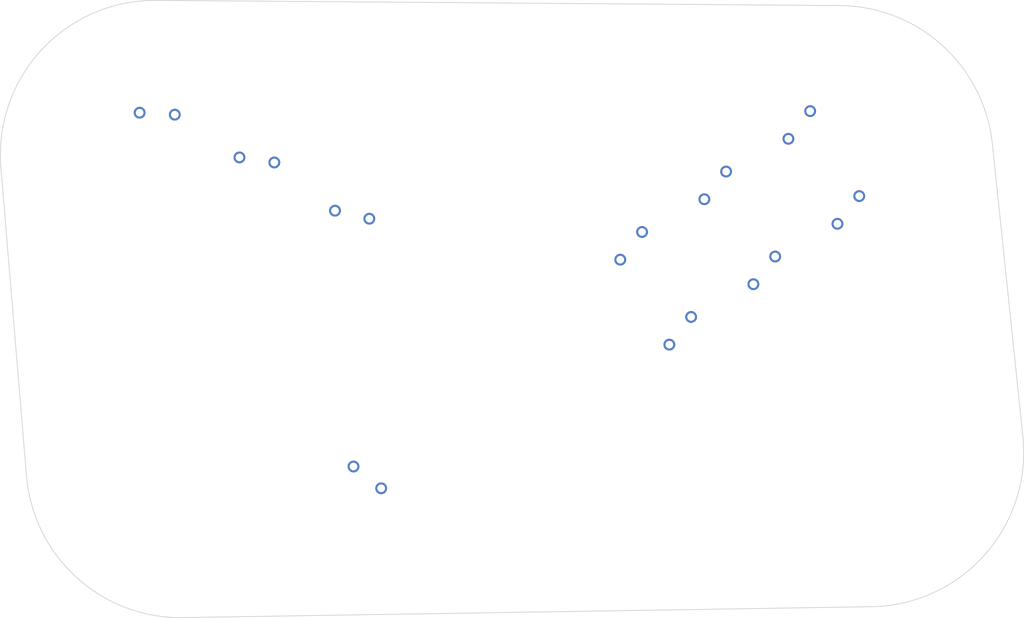
<source format=kicad_pcb>

            
(kicad_pcb (version 20171130) (host pcbnew 5.1.6)

  (page A3)
  (title_block
    (title main)
    (rev v1.0.0)
    (company Unknown)
  )

  (general
    (thickness 1.6)
  )

  (layers
    (0 F.Cu signal)
    (31 B.Cu signal)
    (32 B.Adhes user)
    (33 F.Adhes user)
    (34 B.Paste user)
    (35 F.Paste user)
    (36 B.SilkS user)
    (37 F.SilkS user)
    (38 B.Mask user)
    (39 F.Mask user)
    (40 Dwgs.User user)
    (41 Cmts.User user)
    (42 Eco1.User user)
    (43 Eco2.User user)
    (44 Edge.Cuts user)
    (45 Margin user)
    (46 B.CrtYd user)
    (47 F.CrtYd user)
    (48 B.Fab user)
    (49 F.Fab user)
  )

  (setup
    (last_trace_width 0.25)
    (trace_clearance 0.2)
    (zone_clearance 0.508)
    (zone_45_only no)
    (trace_min 0.2)
    (via_size 0.8)
    (via_drill 0.4)
    (via_min_size 0.4)
    (via_min_drill 0.3)
    (uvia_size 0.3)
    (uvia_drill 0.1)
    (uvias_allowed no)
    (uvia_min_size 0.2)
    (uvia_min_drill 0.1)
    (edge_width 0.05)
    (segment_width 0.2)
    (pcb_text_width 0.3)
    (pcb_text_size 1.5 1.5)
    (mod_edge_width 0.12)
    (mod_text_size 1 1)
    (mod_text_width 0.15)
    (pad_size 1.524 1.524)
    (pad_drill 0.762)
    (pad_to_mask_clearance 0.05)
    (aux_axis_origin 0 0)
    (visible_elements FFFFFF7F)
    (pcbplotparams
      (layerselection 0x010fc_ffffffff)
      (usegerberextensions false)
      (usegerberattributes true)
      (usegerberadvancedattributes true)
      (creategerberjobfile true)
      (excludeedgelayer true)
      (linewidth 0.100000)
      (plotframeref false)
      (viasonmask false)
      (mode 1)
      (useauxorigin false)
      (hpglpennumber 1)
      (hpglpenspeed 20)
      (hpglpendiameter 15.000000)
      (psnegative false)
      (psa4output false)
      (plotreference true)
      (plotvalue true)
      (plotinvisibletext false)
      (padsonsilk false)
      (subtractmaskfromsilk false)
      (outputformat 1)
      (mirror false)
      (drillshape 1)
      (scaleselection 1)
      (outputdirectory ""))
  )

            (net 0 "")
(net 1 "ring_default")
(net 2 "middle_default")
(net 3 "index_default")
(net 4 "default_default")
(net 5 "index_top")
(net 6 "index_bottom")
(net 7 "middle_top")
(net 8 "middle_bottom")
(net 9 "ring_top")
(net 10 "ring_bottom")
            
  (net_class Default "This is the default net class."
    (clearance 0.2)
    (trace_width 0.25)
    (via_dia 0.8)
    (via_drill 0.4)
    (uvia_dia 0.3)
    (uvia_drill 0.1)
    (add_net "")
(add_net "ring_default")
(add_net "middle_default")
(add_net "index_default")
(add_net "default_default")
(add_net "index_top")
(add_net "index_bottom")
(add_net "middle_top")
(add_net "middle_bottom")
(add_net "ring_top")
(add_net "ring_bottom")
  )

            
        
      (module MX (layer F.Cu) (tedit 5DD4F656)
      (at 59.7672477 128.1712764 -25)

      
      (fp_text reference "S1" (at 0 0) (layer F.SilkS) hide (effects (font (size 1.27 1.27) (thickness 0.15))))
      (fp_text value "" (at 0 0) (layer F.SilkS) hide (effects (font (size 1.27 1.27) (thickness 0.15))))

      
      (fp_line (start -7 -6) (end -7 -7) (layer Dwgs.User) (width 0.15))
      (fp_line (start -7 7) (end -6 7) (layer Dwgs.User) (width 0.15))
      (fp_line (start -6 -7) (end -7 -7) (layer Dwgs.User) (width 0.15))
      (fp_line (start -7 7) (end -7 6) (layer Dwgs.User) (width 0.15))
      (fp_line (start 7 6) (end 7 7) (layer Dwgs.User) (width 0.15))
      (fp_line (start 7 -7) (end 6 -7) (layer Dwgs.User) (width 0.15))
      (fp_line (start 6 7) (end 7 7) (layer Dwgs.User) (width 0.15))
      (fp_line (start 7 -7) (end 7 -6) (layer Dwgs.User) (width 0.15))
    
      
      (pad "" np_thru_hole circle (at 0 0) (size 3.9878 3.9878) (drill 3.9878) (layers *.Cu *.Mask))

      
      (pad "" np_thru_hole circle (at 5.08 0) (size 1.7018 1.7018) (drill 1.7018) (layers *.Cu *.Mask))
      (pad "" np_thru_hole circle (at -5.08 0) (size 1.7018 1.7018) (drill 1.7018) (layers *.Cu *.Mask))
      
        
      
      (fp_line (start -9.5 -9.5) (end 9.5 -9.5) (layer Dwgs.User) (width 0.15))
      (fp_line (start 9.5 -9.5) (end 9.5 9.5) (layer Dwgs.User) (width 0.15))
      (fp_line (start 9.5 9.5) (end -9.5 9.5) (layer Dwgs.User) (width 0.15))
      (fp_line (start -9.5 9.5) (end -9.5 -9.5) (layer Dwgs.User) (width 0.15))
      
        
            
            (pad 1 thru_hole circle (at 2.54 -5.08) (size 2.286 2.286) (drill 1.4986) (layers *.Cu *.Mask) (net 0 ""))
            (pad 2 thru_hole circle (at -3.81 -2.54) (size 2.286 2.286) (drill 1.4986) (layers *.Cu *.Mask) (net 1 "ring_default"))
          )
        

        
      (module MX (layer F.Cu) (tedit 5DD4F656)
      (at 78.7997113 137.0462599 -30)

      
      (fp_text reference "S2" (at 0 0) (layer F.SilkS) hide (effects (font (size 1.27 1.27) (thickness 0.15))))
      (fp_text value "" (at 0 0) (layer F.SilkS) hide (effects (font (size 1.27 1.27) (thickness 0.15))))

      
      (fp_line (start -7 -6) (end -7 -7) (layer Dwgs.User) (width 0.15))
      (fp_line (start -7 7) (end -6 7) (layer Dwgs.User) (width 0.15))
      (fp_line (start -6 -7) (end -7 -7) (layer Dwgs.User) (width 0.15))
      (fp_line (start -7 7) (end -7 6) (layer Dwgs.User) (width 0.15))
      (fp_line (start 7 6) (end 7 7) (layer Dwgs.User) (width 0.15))
      (fp_line (start 7 -7) (end 6 -7) (layer Dwgs.User) (width 0.15))
      (fp_line (start 6 7) (end 7 7) (layer Dwgs.User) (width 0.15))
      (fp_line (start 7 -7) (end 7 -6) (layer Dwgs.User) (width 0.15))
    
      
      (pad "" np_thru_hole circle (at 0 0) (size 3.9878 3.9878) (drill 3.9878) (layers *.Cu *.Mask))

      
      (pad "" np_thru_hole circle (at 5.08 0) (size 1.7018 1.7018) (drill 1.7018) (layers *.Cu *.Mask))
      (pad "" np_thru_hole circle (at -5.08 0) (size 1.7018 1.7018) (drill 1.7018) (layers *.Cu *.Mask))
      
        
      
      (fp_line (start -9.5 -9.5) (end 9.5 -9.5) (layer Dwgs.User) (width 0.15))
      (fp_line (start 9.5 -9.5) (end 9.5 9.5) (layer Dwgs.User) (width 0.15))
      (fp_line (start 9.5 9.5) (end -9.5 9.5) (layer Dwgs.User) (width 0.15))
      (fp_line (start -9.5 9.5) (end -9.5 -9.5) (layer Dwgs.User) (width 0.15))
      
        
            
            (pad 1 thru_hole circle (at 2.54 -5.08) (size 2.286 2.286) (drill 1.4986) (layers *.Cu *.Mask) (net 0 ""))
            (pad 2 thru_hole circle (at -3.81 -2.54) (size 2.286 2.286) (drill 1.4986) (layers *.Cu *.Mask) (net 2 "middle_default"))
          )
        

        
      (module MX (layer F.Cu) (tedit 5DD4F656)
      (at 96.9862448 147.5462599 -35)

      
      (fp_text reference "S3" (at 0 0) (layer F.SilkS) hide (effects (font (size 1.27 1.27) (thickness 0.15))))
      (fp_text value "" (at 0 0) (layer F.SilkS) hide (effects (font (size 1.27 1.27) (thickness 0.15))))

      
      (fp_line (start -7 -6) (end -7 -7) (layer Dwgs.User) (width 0.15))
      (fp_line (start -7 7) (end -6 7) (layer Dwgs.User) (width 0.15))
      (fp_line (start -6 -7) (end -7 -7) (layer Dwgs.User) (width 0.15))
      (fp_line (start -7 7) (end -7 6) (layer Dwgs.User) (width 0.15))
      (fp_line (start 7 6) (end 7 7) (layer Dwgs.User) (width 0.15))
      (fp_line (start 7 -7) (end 6 -7) (layer Dwgs.User) (width 0.15))
      (fp_line (start 6 7) (end 7 7) (layer Dwgs.User) (width 0.15))
      (fp_line (start 7 -7) (end 7 -6) (layer Dwgs.User) (width 0.15))
    
      
      (pad "" np_thru_hole circle (at 0 0) (size 3.9878 3.9878) (drill 3.9878) (layers *.Cu *.Mask))

      
      (pad "" np_thru_hole circle (at 5.08 0) (size 1.7018 1.7018) (drill 1.7018) (layers *.Cu *.Mask))
      (pad "" np_thru_hole circle (at -5.08 0) (size 1.7018 1.7018) (drill 1.7018) (layers *.Cu *.Mask))
      
        
      
      (fp_line (start -9.5 -9.5) (end 9.5 -9.5) (layer Dwgs.User) (width 0.15))
      (fp_line (start 9.5 -9.5) (end 9.5 9.5) (layer Dwgs.User) (width 0.15))
      (fp_line (start 9.5 9.5) (end -9.5 9.5) (layer Dwgs.User) (width 0.15))
      (fp_line (start -9.5 9.5) (end -9.5 -9.5) (layer Dwgs.User) (width 0.15))
      
        
            
            (pad 1 thru_hole circle (at 2.54 -5.08) (size 2.286 2.286) (drill 1.4986) (layers *.Cu *.Mask) (net 0 ""))
            (pad 2 thru_hole circle (at -3.81 -2.54) (size 2.286 2.286) (drill 1.4986) (layers *.Cu *.Mask) (net 3 "index_default"))
          )
        

        
      (module MX (layer F.Cu) (tedit 5DD4F656)
      (at 98.61774869999999 197.5196348 -60)

      
      (fp_text reference "S4" (at 0 0) (layer F.SilkS) hide (effects (font (size 1.27 1.27) (thickness 0.15))))
      (fp_text value "" (at 0 0) (layer F.SilkS) hide (effects (font (size 1.27 1.27) (thickness 0.15))))

      
      (fp_line (start -7 -6) (end -7 -7) (layer Dwgs.User) (width 0.15))
      (fp_line (start -7 7) (end -6 7) (layer Dwgs.User) (width 0.15))
      (fp_line (start -6 -7) (end -7 -7) (layer Dwgs.User) (width 0.15))
      (fp_line (start -7 7) (end -7 6) (layer Dwgs.User) (width 0.15))
      (fp_line (start 7 6) (end 7 7) (layer Dwgs.User) (width 0.15))
      (fp_line (start 7 -7) (end 6 -7) (layer Dwgs.User) (width 0.15))
      (fp_line (start 6 7) (end 7 7) (layer Dwgs.User) (width 0.15))
      (fp_line (start 7 -7) (end 7 -6) (layer Dwgs.User) (width 0.15))
    
      
      (pad "" np_thru_hole circle (at 0 0) (size 3.9878 3.9878) (drill 3.9878) (layers *.Cu *.Mask))

      
      (pad "" np_thru_hole circle (at 5.08 0) (size 1.7018 1.7018) (drill 1.7018) (layers *.Cu *.Mask))
      (pad "" np_thru_hole circle (at -5.08 0) (size 1.7018 1.7018) (drill 1.7018) (layers *.Cu *.Mask))
      
        
      
      (fp_line (start -9.5 -9.5) (end 9.5 -9.5) (layer Dwgs.User) (width 0.15))
      (fp_line (start 9.5 -9.5) (end 9.5 9.5) (layer Dwgs.User) (width 0.15))
      (fp_line (start 9.5 9.5) (end -9.5 9.5) (layer Dwgs.User) (width 0.15))
      (fp_line (start -9.5 9.5) (end -9.5 -9.5) (layer Dwgs.User) (width 0.15))
      
        
            
            (pad 1 thru_hole circle (at 2.54 -5.08) (size 2.286 2.286) (drill 1.4986) (layers *.Cu *.Mask) (net 0 ""))
            (pad 2 thru_hole circle (at -3.81 -2.54) (size 2.286 2.286) (drill 1.4986) (layers *.Cu *.Mask) (net 4 "default_default"))
          )
        

        
      (module MX (layer F.Cu) (tedit 5DD4F656)
      (at 164.7984166 169.5815188 30)

      
      (fp_text reference "S5" (at 0 0) (layer F.SilkS) hide (effects (font (size 1.27 1.27) (thickness 0.15))))
      (fp_text value "" (at 0 0) (layer F.SilkS) hide (effects (font (size 1.27 1.27) (thickness 0.15))))

      
      (fp_line (start -7 -6) (end -7 -7) (layer Dwgs.User) (width 0.15))
      (fp_line (start -7 7) (end -6 7) (layer Dwgs.User) (width 0.15))
      (fp_line (start -6 -7) (end -7 -7) (layer Dwgs.User) (width 0.15))
      (fp_line (start -7 7) (end -7 6) (layer Dwgs.User) (width 0.15))
      (fp_line (start 7 6) (end 7 7) (layer Dwgs.User) (width 0.15))
      (fp_line (start 7 -7) (end 6 -7) (layer Dwgs.User) (width 0.15))
      (fp_line (start 6 7) (end 7 7) (layer Dwgs.User) (width 0.15))
      (fp_line (start 7 -7) (end 7 -6) (layer Dwgs.User) (width 0.15))
    
      
      (pad "" np_thru_hole circle (at 0 0) (size 3.9878 3.9878) (drill 3.9878) (layers *.Cu *.Mask))

      
      (pad "" np_thru_hole circle (at 5.08 0) (size 1.7018 1.7018) (drill 1.7018) (layers *.Cu *.Mask))
      (pad "" np_thru_hole circle (at -5.08 0) (size 1.7018 1.7018) (drill 1.7018) (layers *.Cu *.Mask))
      
        
      
      (fp_line (start -9.5 -9.5) (end 9.5 -9.5) (layer Dwgs.User) (width 0.15))
      (fp_line (start 9.5 -9.5) (end 9.5 9.5) (layer Dwgs.User) (width 0.15))
      (fp_line (start 9.5 9.5) (end -9.5 9.5) (layer Dwgs.User) (width 0.15))
      (fp_line (start -9.5 9.5) (end -9.5 -9.5) (layer Dwgs.User) (width 0.15))
      
        
            
            (pad 1 thru_hole circle (at 2.54 -5.08) (size 2.286 2.286) (drill 1.4986) (layers *.Cu *.Mask) (net 0 ""))
            (pad 2 thru_hole circle (at -3.81 -2.54) (size 2.286 2.286) (drill 1.4986) (layers *.Cu *.Mask) (net 5 "index_top"))
          )
        

        
      (module MX (layer F.Cu) (tedit 5DD4F656)
      (at 155.2734166 153.0837349 30)

      
      (fp_text reference "S6" (at 0 0) (layer F.SilkS) hide (effects (font (size 1.27 1.27) (thickness 0.15))))
      (fp_text value "" (at 0 0) (layer F.SilkS) hide (effects (font (size 1.27 1.27) (thickness 0.15))))

      
      (fp_line (start -7 -6) (end -7 -7) (layer Dwgs.User) (width 0.15))
      (fp_line (start -7 7) (end -6 7) (layer Dwgs.User) (width 0.15))
      (fp_line (start -6 -7) (end -7 -7) (layer Dwgs.User) (width 0.15))
      (fp_line (start -7 7) (end -7 6) (layer Dwgs.User) (width 0.15))
      (fp_line (start 7 6) (end 7 7) (layer Dwgs.User) (width 0.15))
      (fp_line (start 7 -7) (end 6 -7) (layer Dwgs.User) (width 0.15))
      (fp_line (start 6 7) (end 7 7) (layer Dwgs.User) (width 0.15))
      (fp_line (start 7 -7) (end 7 -6) (layer Dwgs.User) (width 0.15))
    
      
      (pad "" np_thru_hole circle (at 0 0) (size 3.9878 3.9878) (drill 3.9878) (layers *.Cu *.Mask))

      
      (pad "" np_thru_hole circle (at 5.08 0) (size 1.7018 1.7018) (drill 1.7018) (layers *.Cu *.Mask))
      (pad "" np_thru_hole circle (at -5.08 0) (size 1.7018 1.7018) (drill 1.7018) (layers *.Cu *.Mask))
      
        
      
      (fp_line (start -9.5 -9.5) (end 9.5 -9.5) (layer Dwgs.User) (width 0.15))
      (fp_line (start 9.5 -9.5) (end 9.5 9.5) (layer Dwgs.User) (width 0.15))
      (fp_line (start 9.5 9.5) (end -9.5 9.5) (layer Dwgs.User) (width 0.15))
      (fp_line (start -9.5 9.5) (end -9.5 -9.5) (layer Dwgs.User) (width 0.15))
      
        
            
            (pad 1 thru_hole circle (at 2.54 -5.08) (size 2.286 2.286) (drill 1.4986) (layers *.Cu *.Mask) (net 0 ""))
            (pad 2 thru_hole circle (at -3.81 -2.54) (size 2.286 2.286) (drill 1.4986) (layers *.Cu *.Mask) (net 6 "index_bottom"))
          )
        

        
      (module MX (layer F.Cu) (tedit 5DD4F656)
      (at 181.1189247 157.849468 30)

      
      (fp_text reference "S7" (at 0 0) (layer F.SilkS) hide (effects (font (size 1.27 1.27) (thickness 0.15))))
      (fp_text value "" (at 0 0) (layer F.SilkS) hide (effects (font (size 1.27 1.27) (thickness 0.15))))

      
      (fp_line (start -7 -6) (end -7 -7) (layer Dwgs.User) (width 0.15))
      (fp_line (start -7 7) (end -6 7) (layer Dwgs.User) (width 0.15))
      (fp_line (start -6 -7) (end -7 -7) (layer Dwgs.User) (width 0.15))
      (fp_line (start -7 7) (end -7 6) (layer Dwgs.User) (width 0.15))
      (fp_line (start 7 6) (end 7 7) (layer Dwgs.User) (width 0.15))
      (fp_line (start 7 -7) (end 6 -7) (layer Dwgs.User) (width 0.15))
      (fp_line (start 6 7) (end 7 7) (layer Dwgs.User) (width 0.15))
      (fp_line (start 7 -7) (end 7 -6) (layer Dwgs.User) (width 0.15))
    
      
      (pad "" np_thru_hole circle (at 0 0) (size 3.9878 3.9878) (drill 3.9878) (layers *.Cu *.Mask))

      
      (pad "" np_thru_hole circle (at 5.08 0) (size 1.7018 1.7018) (drill 1.7018) (layers *.Cu *.Mask))
      (pad "" np_thru_hole circle (at -5.08 0) (size 1.7018 1.7018) (drill 1.7018) (layers *.Cu *.Mask))
      
        
      
      (fp_line (start -9.5 -9.5) (end 9.5 -9.5) (layer Dwgs.User) (width 0.15))
      (fp_line (start 9.5 -9.5) (end 9.5 9.5) (layer Dwgs.User) (width 0.15))
      (fp_line (start 9.5 9.5) (end -9.5 9.5) (layer Dwgs.User) (width 0.15))
      (fp_line (start -9.5 9.5) (end -9.5 -9.5) (layer Dwgs.User) (width 0.15))
      
        
            
            (pad 1 thru_hole circle (at 2.54 -5.08) (size 2.286 2.286) (drill 1.4986) (layers *.Cu *.Mask) (net 0 ""))
            (pad 2 thru_hole circle (at -3.81 -2.54) (size 2.286 2.286) (drill 1.4986) (layers *.Cu *.Mask) (net 7 "middle_top"))
          )
        

        
      (module MX (layer F.Cu) (tedit 5DD4F656)
      (at 171.5939247 141.3516841 30)

      
      (fp_text reference "S8" (at 0 0) (layer F.SilkS) hide (effects (font (size 1.27 1.27) (thickness 0.15))))
      (fp_text value "" (at 0 0) (layer F.SilkS) hide (effects (font (size 1.27 1.27) (thickness 0.15))))

      
      (fp_line (start -7 -6) (end -7 -7) (layer Dwgs.User) (width 0.15))
      (fp_line (start -7 7) (end -6 7) (layer Dwgs.User) (width 0.15))
      (fp_line (start -6 -7) (end -7 -7) (layer Dwgs.User) (width 0.15))
      (fp_line (start -7 7) (end -7 6) (layer Dwgs.User) (width 0.15))
      (fp_line (start 7 6) (end 7 7) (layer Dwgs.User) (width 0.15))
      (fp_line (start 7 -7) (end 6 -7) (layer Dwgs.User) (width 0.15))
      (fp_line (start 6 7) (end 7 7) (layer Dwgs.User) (width 0.15))
      (fp_line (start 7 -7) (end 7 -6) (layer Dwgs.User) (width 0.15))
    
      
      (pad "" np_thru_hole circle (at 0 0) (size 3.9878 3.9878) (drill 3.9878) (layers *.Cu *.Mask))

      
      (pad "" np_thru_hole circle (at 5.08 0) (size 1.7018 1.7018) (drill 1.7018) (layers *.Cu *.Mask))
      (pad "" np_thru_hole circle (at -5.08 0) (size 1.7018 1.7018) (drill 1.7018) (layers *.Cu *.Mask))
      
        
      
      (fp_line (start -9.5 -9.5) (end 9.5 -9.5) (layer Dwgs.User) (width 0.15))
      (fp_line (start 9.5 -9.5) (end 9.5 9.5) (layer Dwgs.User) (width 0.15))
      (fp_line (start 9.5 9.5) (end -9.5 9.5) (layer Dwgs.User) (width 0.15))
      (fp_line (start -9.5 9.5) (end -9.5 -9.5) (layer Dwgs.User) (width 0.15))
      
        
            
            (pad 1 thru_hole circle (at 2.54 -5.08) (size 2.286 2.286) (drill 1.4986) (layers *.Cu *.Mask) (net 0 ""))
            (pad 2 thru_hole circle (at -3.81 -2.54) (size 2.286 2.286) (drill 1.4986) (layers *.Cu *.Mask) (net 8 "middle_bottom"))
          )
        

        
      (module MX (layer F.Cu) (tedit 5DD4F656)
      (at 197.4394328 146.1174172 30)

      
      (fp_text reference "S9" (at 0 0) (layer F.SilkS) hide (effects (font (size 1.27 1.27) (thickness 0.15))))
      (fp_text value "" (at 0 0) (layer F.SilkS) hide (effects (font (size 1.27 1.27) (thickness 0.15))))

      
      (fp_line (start -7 -6) (end -7 -7) (layer Dwgs.User) (width 0.15))
      (fp_line (start -7 7) (end -6 7) (layer Dwgs.User) (width 0.15))
      (fp_line (start -6 -7) (end -7 -7) (layer Dwgs.User) (width 0.15))
      (fp_line (start -7 7) (end -7 6) (layer Dwgs.User) (width 0.15))
      (fp_line (start 7 6) (end 7 7) (layer Dwgs.User) (width 0.15))
      (fp_line (start 7 -7) (end 6 -7) (layer Dwgs.User) (width 0.15))
      (fp_line (start 6 7) (end 7 7) (layer Dwgs.User) (width 0.15))
      (fp_line (start 7 -7) (end 7 -6) (layer Dwgs.User) (width 0.15))
    
      
      (pad "" np_thru_hole circle (at 0 0) (size 3.9878 3.9878) (drill 3.9878) (layers *.Cu *.Mask))

      
      (pad "" np_thru_hole circle (at 5.08 0) (size 1.7018 1.7018) (drill 1.7018) (layers *.Cu *.Mask))
      (pad "" np_thru_hole circle (at -5.08 0) (size 1.7018 1.7018) (drill 1.7018) (layers *.Cu *.Mask))
      
        
      
      (fp_line (start -9.5 -9.5) (end 9.5 -9.5) (layer Dwgs.User) (width 0.15))
      (fp_line (start 9.5 -9.5) (end 9.5 9.5) (layer Dwgs.User) (width 0.15))
      (fp_line (start 9.5 9.5) (end -9.5 9.5) (layer Dwgs.User) (width 0.15))
      (fp_line (start -9.5 9.5) (end -9.5 -9.5) (layer Dwgs.User) (width 0.15))
      
        
            
            (pad 1 thru_hole circle (at 2.54 -5.08) (size 2.286 2.286) (drill 1.4986) (layers *.Cu *.Mask) (net 0 ""))
            (pad 2 thru_hole circle (at -3.81 -2.54) (size 2.286 2.286) (drill 1.4986) (layers *.Cu *.Mask) (net 9 "ring_top"))
          )
        

        
      (module MX (layer F.Cu) (tedit 5DD4F656)
      (at 187.9144328 129.6196333 30)

      
      (fp_text reference "S10" (at 0 0) (layer F.SilkS) hide (effects (font (size 1.27 1.27) (thickness 0.15))))
      (fp_text value "" (at 0 0) (layer F.SilkS) hide (effects (font (size 1.27 1.27) (thickness 0.15))))

      
      (fp_line (start -7 -6) (end -7 -7) (layer Dwgs.User) (width 0.15))
      (fp_line (start -7 7) (end -6 7) (layer Dwgs.User) (width 0.15))
      (fp_line (start -6 -7) (end -7 -7) (layer Dwgs.User) (width 0.15))
      (fp_line (start -7 7) (end -7 6) (layer Dwgs.User) (width 0.15))
      (fp_line (start 7 6) (end 7 7) (layer Dwgs.User) (width 0.15))
      (fp_line (start 7 -7) (end 6 -7) (layer Dwgs.User) (width 0.15))
      (fp_line (start 6 7) (end 7 7) (layer Dwgs.User) (width 0.15))
      (fp_line (start 7 -7) (end 7 -6) (layer Dwgs.User) (width 0.15))
    
      
      (pad "" np_thru_hole circle (at 0 0) (size 3.9878 3.9878) (drill 3.9878) (layers *.Cu *.Mask))

      
      (pad "" np_thru_hole circle (at 5.08 0) (size 1.7018 1.7018) (drill 1.7018) (layers *.Cu *.Mask))
      (pad "" np_thru_hole circle (at -5.08 0) (size 1.7018 1.7018) (drill 1.7018) (layers *.Cu *.Mask))
      
        
      
      (fp_line (start -9.5 -9.5) (end 9.5 -9.5) (layer Dwgs.User) (width 0.15))
      (fp_line (start 9.5 -9.5) (end 9.5 9.5) (layer Dwgs.User) (width 0.15))
      (fp_line (start 9.5 9.5) (end -9.5 9.5) (layer Dwgs.User) (width 0.15))
      (fp_line (start -9.5 9.5) (end -9.5 -9.5) (layer Dwgs.User) (width 0.15))
      
        
            
            (pad 1 thru_hole circle (at 2.54 -5.08) (size 2.286 2.286) (drill 1.4986) (layers *.Cu *.Mask) (net 0 ""))
            (pad 2 thru_hole circle (at -3.81 -2.54) (size 2.286 2.286) (drill 1.4986) (layers *.Cu *.Mask) (net 10 "ring_bottom"))
          )
        
            (gr_line (start 193.3305030874401 103.45440135316832) (end 60.5815419983281 102.451558746654) (angle 90) (layer Edge.Cuts) (width 0.15))
(gr_line (start 30.457729162879982 134.9322787366998) (end 35.424009792752656 194.76436232320913) (angle 90) (layer Edge.Cuts) (width 0.15))
(gr_line (start 65.79582365622123 222.27903163117097) (end 199.5030754903991 220.16339921965627) (angle 90) (layer Edge.Cuts) (width 0.15))
(gr_line (start 228.86608308851666 187.0501748601048) (end 222.94151171357854 130.33656629162465) (angle 90) (layer Edge.Cuts) (width 0.15))
(gr_arc (start 60.35491600585922 132.45070274973267) (end 60.58154200585922 102.45155874973267) (angle -95.17771054226412) (layer Edge.Cuts) (width 0.15))
(gr_arc (start 65.32119663573188 192.282786336242) (end 35.42400983573188 194.764362336242) (angle -86.16162599283317) (layer Edge.Cuts) (width 0.15))
(gr_arc (start 199.02844846990976 190.1671539247273) (end 199.50307546990976 220.1633992247273) (angle -95.05724571311956) (layer Edge.Cuts) (width 0.15))
(gr_arc (start 193.10387709497164 133.4535453562471) (end 222.94151169497164 130.3365662562471) (angle -83.60341775178408) (layer Edge.Cuts) (width 0.15))
            
)

        
</source>
